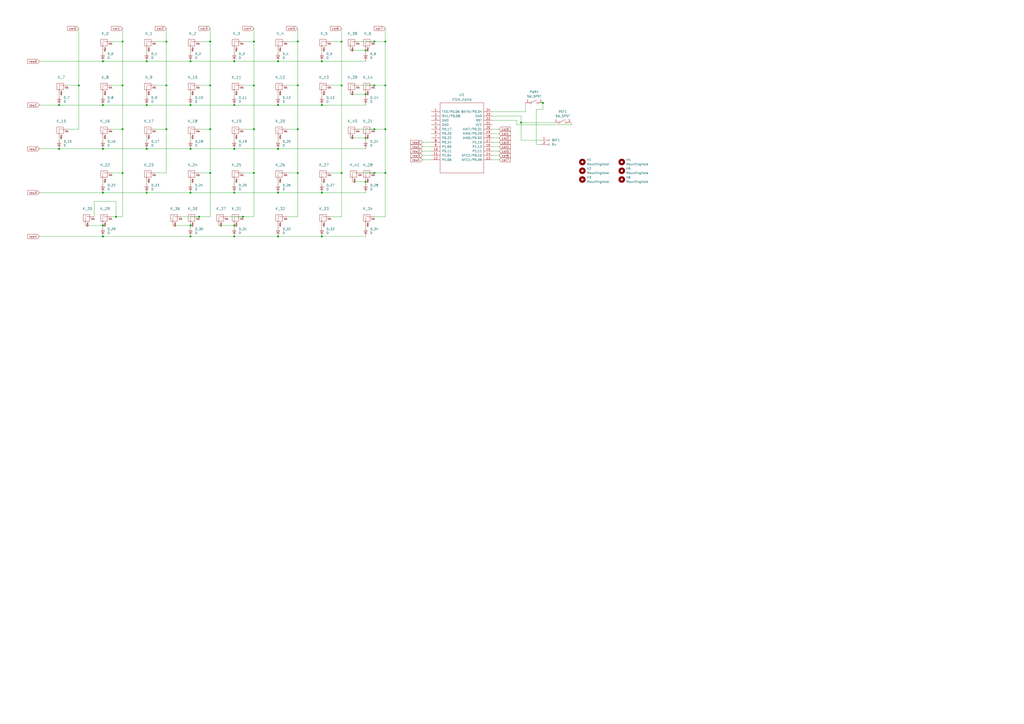
<source format=kicad_sch>
(kicad_sch (version 20231120) (generator "eeschema") (generator_version "8.0")
  (paper "A2")
  (lib_symbols
    (symbol "Connector:Conn_01x02_Socket" (pin_names (offset 1.016) hide)
      (property "Reference" "J" (at 0 2.54 0))
      (property "Value" "Conn_01x02_Socket" (at 0 -5.08 0))
      (symbol "Conn_01x02_Socket_1_1"
        (arc (start 0 -2.032) (mid -0.5058 -2.54) (end 0 -3.048) (stroke (width 0.1524)))
        (polyline (pts (xy -1.27 -2.54) (xy -0.508 -2.54)) (stroke (width 0.1524)))
        (polyline (pts (xy -1.27 0) (xy -0.508 0)) (stroke (width 0.1524)))
        (arc (start 0 0.508) (mid -0.5058 0) (end 0 -0.508) (stroke (width 0.1524)))
        (pin passive line (at -5.08 0 0) (length 3.81) (name "Pin_1") (number "1"))
        (pin passive line (at -5.08 -2.54 0) (length 3.81) (name "Pin_2") (number "2"))
      )
    )
    (symbol "MX_Alps_Hybrid:MX-NoLED" (pin_names (offset 1.016))
      (property "Reference" "MX" (at -0.635 3.81 0))
      (property "Value" "MX-NoLED" (at -0.635 1.27 0))
      (symbol "MX-NoLED_0_0"
        (rectangle (start -2.54 2.54) (end 1.27 -1.27))
        (polyline (pts (xy -1.27 -1.27) (xy -1.27 1.27)) (stroke (width 0.127)))
        (polyline (pts (xy 1.27 1.27) (xy 0 1.27) (xy -1.27 1.905)) (stroke (width 0.127)))
        (text "COL" (at 3.175 0 0) (effects (font (size 0.762 0.762))))
        (text "ROW" (at 0 -1.905 900) (effects (font (size 0.762 0.762)) (justify right)))
      )
      (symbol "MX-NoLED_1_1"
        (pin passive line (at 3.81 1.27 180) (length 2.54) (name "COL") (number "1"))
        (pin passive line (at -1.27 -3.81 90) (length 2.54) (name "ROW") (number "2"))
      )
    )
    (symbol "Mechanical:MountingHole" (pin_names (offset 1.016)) (exclude_from_sim yes) (in_bom no)
      (property "Reference" "H" (at 0 5.08 0))
      (property "Value" "MountingHole" (at 0 3.175 0))
      (symbol "MountingHole_0_1"
        (circle (center 0 0) (radius 1.27) (stroke (width 1.27)))
      )
    )
    (symbol "Switch:SW_SPST" (pin_names (offset 0) hide)
      (property "Reference" "SW" (at 0 3.175 0))
      (property "Value" "SW_SPST" (at 0 -2.54 0))
      (symbol "SW_SPST_0_0"
        (circle (center -2.032 0) (radius 0.508))
        (polyline (pts (xy -1.524 0.254) (xy 1.524 1.778)))
        (circle (center 2.032 0) (radius 0.508))
      )
      (symbol "SW_SPST_1_1"
        (pin passive line (at -5.08 0 0) (length 2.54) (name "A") (number "1"))
        (pin passive line (at 5.08 0 180) (length 2.54) (name "B") (number "2"))
      )
    )
    (symbol "cb:nice_nano" (pin_names (offset 1.016))
      (property "Reference" "U" (at 0 0 0))
      (property "Value" "nice_nano" (at 0 2.54 0))
      (symbol "nice_nano_0_1"
        (rectangle (start -12.7 -21.59) (end 12.7 19.05))
      )
      (symbol "nice_nano_1_1"
        (pin input line (at -17.78 13.97 0) (length 5.08) (name "TX0/P0.06") (number "1"))
        (pin input line (at -17.78 -8.89 0) (length 5.08) (name "P0.11") (number "10"))
        (pin input line (at -17.78 -11.43 0) (length 5.08) (name "P1.04") (number "11"))
        (pin input line (at -17.78 -13.97 0) (length 5.08) (name "P1.06") (number "12"))
        (pin input line (at 17.78 -13.97 180) (length 5.08) (name "NFC1/P0.09") (number "13"))
        (pin input line (at 17.78 -11.43 180) (length 5.08) (name "NFC2/P0.10") (number "14"))
        (pin input line (at 17.78 -8.89 180) (length 5.08) (name "P1.11") (number "15"))
        (pin input line (at 17.78 -6.35 180) (length 5.08) (name "P1.13") (number "16"))
        (pin input line (at 17.78 -3.81 180) (length 5.08) (name "P1.15") (number "17"))
        (pin input line (at 17.78 -1.27 180) (length 5.08) (name "AIN0/P0.02") (number "18"))
        (pin input line (at 17.78 1.27 180) (length 5.08) (name "AIN5/P0.29") (number "19"))
        (pin input line (at -17.78 11.43 0) (length 5.08) (name "RX1/P0.08") (number "2"))
        (pin input line (at 17.78 3.81 180) (length 5.08) (name "AIN7/P0.31") (number "20"))
        (pin input line (at 17.78 6.35 180) (length 5.08) (name "VCC") (number "21"))
        (pin input line (at 17.78 8.89 180) (length 5.08) (name "RST") (number "22"))
        (pin input line (at 17.78 11.43 180) (length 5.08) (name "GND") (number "23"))
        (pin input line (at 17.78 13.97 180) (length 5.08) (name "BATIN/P0.04") (number "24"))
        (pin input line (at -17.78 8.89 0) (length 5.08) (name "GND") (number "3"))
        (pin input line (at -17.78 6.35 0) (length 5.08) (name "GND") (number "4"))
        (pin input line (at -17.78 3.81 0) (length 5.08) (name "P0.17") (number "5"))
        (pin input line (at -17.78 1.27 0) (length 5.08) (name "P0.20") (number "6"))
        (pin input line (at -17.78 -1.27 0) (length 5.08) (name "P0.22") (number "7"))
        (pin input line (at -17.78 -3.81 0) (length 5.08) (name "P0.24") (number "8"))
        (pin input line (at -17.78 -6.35 0) (length 5.08) (name "P1.00") (number "9"))
      )
    )
    (symbol "keyboard-rescue:D_Small-Device" (pin_numbers hide) (pin_names (offset 0.254) hide)
      (property "Reference" "D" (at -1.27 2.032 0))
      (property "Value" "Device_D_Small" (at -3.81 -2.032 0))
      (symbol "D_Small-Device_0_1"
        (polyline (pts (xy -0.762 -1.016) (xy -0.762 1.016)))
        (polyline (pts (xy -0.762 0) (xy 0.762 0)))
        (polyline (pts (xy 0.762 -1.016) (xy -0.762 0) (xy 0.762 1.016) (xy 0.762 -1.016)))
      )
      (symbol "D_Small-Device_1_1"
        (pin passive line (at -2.54 0 0) (length 1.778) (name "K") (number "1"))
        (pin passive line (at 2.54 0 180) (length 1.778) (name "A") (number "2"))
      )
    )
  )
  (junction (at 217.17 49.53))
  (junction (at 96.52 74.93))
  (junction (at 172.72 74.93))
  (junction (at 110.49 130.81))
  (junction (at 71.12 100.33))
  (junction (at 110.49 137.16))
  (junction (at 135.89 86.36))
  (junction (at 314.96 59.69))
  (junction (at 198.12 24.13))
  (junction (at 45.72 49.53))
  (junction (at 67.31 125.73))
  (junction (at 186.69 137.16))
  (junction (at 110.49 35.56))
  (junction (at 198.12 100.33))
  (junction (at 147.32 100.33))
  (junction (at 223.52 74.93))
  (junction (at 110.49 111.76))
  (junction (at 121.92 100.33))
  (junction (at 59.69 60.96))
  (junction (at 59.69 86.36))
  (junction (at 161.29 35.56))
  (junction (at 172.72 24.13))
  (junction (at 85.09 86.36))
  (junction (at 110.49 86.36))
  (junction (at 217.17 74.93))
  (junction (at 147.32 49.53))
  (junction (at 85.09 35.56))
  (junction (at 71.12 49.53))
  (junction (at 135.89 111.76))
  (junction (at 115.57 125.73))
  (junction (at 186.69 35.56))
  (junction (at 212.09 29.21))
  (junction (at 212.09 105.41))
  (junction (at 121.92 24.13))
  (junction (at 161.29 60.96))
  (junction (at 172.72 100.33))
  (junction (at 212.09 54.61))
  (junction (at 147.32 74.93))
  (junction (at 71.12 74.93))
  (junction (at 161.29 86.36))
  (junction (at 121.92 49.53))
  (junction (at 85.09 60.96))
  (junction (at 59.69 111.76))
  (junction (at 147.32 24.13))
  (junction (at 34.29 86.36))
  (junction (at 223.52 100.33))
  (junction (at 140.97 125.73))
  (junction (at 96.52 49.53))
  (junction (at 223.52 49.53))
  (junction (at 59.69 35.56))
  (junction (at 59.69 130.81))
  (junction (at 85.09 111.76))
  (junction (at 212.09 80.01))
  (junction (at 198.12 49.53))
  (junction (at 135.89 130.81))
  (junction (at 110.49 60.96))
  (junction (at 186.69 60.96))
  (junction (at 161.29 137.16))
  (junction (at 96.52 24.13))
  (junction (at 34.29 60.96))
  (junction (at 217.17 24.13))
  (junction (at 161.29 111.76))
  (junction (at 172.72 49.53))
  (junction (at 186.69 111.76))
  (junction (at 59.69 137.16))
  (junction (at 217.17 100.33))
  (junction (at 135.89 60.96))
  (junction (at 71.12 24.13))
  (junction (at 135.89 35.56))
  (junction (at 135.89 137.16))
  (junction (at 121.92 74.93))
  (junction (at 223.52 24.13))
  (junction (at 302.26 71.12))
  (wire (pts (xy 166.37 24.13) (xy 172.72 24.13)))
  (wire (pts (xy 285.75 64.77) (xy 304.8 64.77)))
  (wire (pts (xy 59.69 54.61) (xy 59.69 55.88)))
  (wire (pts (xy 110.49 105.41) (xy 110.49 106.68)))
  (wire (pts (xy 71.12 24.13) (xy 71.12 49.53)))
  (wire (pts (xy 59.69 130.81) (xy 59.69 132.08)))
  (wire (pts (xy 198.12 125.73) (xy 198.12 100.33)))
  (wire (pts (xy 302.26 71.12) (xy 302.26 67.31)))
  (wire (pts (xy 45.72 74.93) (xy 45.72 49.53)))
  (wire (pts (xy 132.08 125.73) (xy 140.97 125.73)))
  (wire (pts (xy 64.77 125.73) (xy 67.31 125.73)))
  (wire (pts (xy 172.72 100.33) (xy 172.72 74.93)))
  (wire (pts (xy 285.75 85.09) (xy 289.56 85.09)))
  (wire (pts (xy 115.57 49.53) (xy 121.92 49.53)))
  (wire (pts (xy 34.29 86.36) (xy 59.69 86.36)))
  (wire (pts (xy 285.75 87.63) (xy 289.56 87.63)))
  (wire (pts (xy 250.19 92.71) (xy 245.11 92.71)))
  (wire (pts (xy 212.09 54.61) (xy 212.09 55.88)))
  (wire (pts (xy 212.09 29.21) (xy 212.09 30.48)))
  (wire (pts (xy 90.17 24.13) (xy 96.52 24.13)))
  (wire (pts (xy 34.29 60.96) (xy 59.69 60.96)))
  (wire (pts (xy 110.49 29.21) (xy 110.49 30.48)))
  (wire (pts (xy 96.52 24.13) (xy 96.52 49.53)))
  (wire (pts (xy 285.75 74.93) (xy 289.56 74.93)))
  (wire (pts (xy 186.69 105.41) (xy 186.69 106.68)))
  (wire (pts (xy 161.29 35.56) (xy 186.69 35.56)))
  (wire (pts (xy 212.09 80.01) (xy 212.09 81.28)))
  (wire (pts (xy 314.96 63.5) (xy 314.96 59.69)))
  (wire (pts (xy 110.49 86.36) (xy 135.89 86.36)))
  (wire (pts (xy 22.86 86.36) (xy 34.29 86.36)))
  (wire (pts (xy 135.89 35.56) (xy 161.29 35.56)))
  (wire (pts (xy 100.33 130.81) (xy 110.49 130.81)))
  (wire (pts (xy 90.17 74.93) (xy 96.52 74.93)))
  (wire (pts (xy 191.77 100.33) (xy 198.12 100.33)))
  (wire (pts (xy 110.49 54.61) (xy 110.49 55.88)))
  (wire (pts (xy 166.37 49.53) (xy 172.72 49.53)))
  (wire (pts (xy 166.37 100.33) (xy 172.72 100.33)))
  (wire (pts (xy 223.52 125.73) (xy 223.52 100.33)))
  (wire (pts (xy 302.26 81.28) (xy 313.69 81.28)))
  (wire (pts (xy 85.09 35.56) (xy 110.49 35.56)))
  (wire (pts (xy 105.41 125.73) (xy 115.57 125.73)))
  (wire (pts (xy 304.8 64.77) (xy 304.8 59.69)))
  (wire (pts (xy 166.37 125.73) (xy 172.72 125.73)))
  (wire (pts (xy 90.17 49.53) (xy 96.52 49.53)))
  (wire (pts (xy 223.52 16.51) (xy 223.52 24.13)))
  (wire (pts (xy 135.89 60.96) (xy 161.29 60.96)))
  (wire (pts (xy 115.57 74.93) (xy 121.92 74.93)))
  (wire (pts (xy 59.69 105.41) (xy 59.69 106.68)))
  (wire (pts (xy 161.29 54.61) (xy 161.29 55.88)))
  (wire (pts (xy 161.29 86.36) (xy 212.09 86.36)))
  (wire (pts (xy 135.89 86.36) (xy 161.29 86.36)))
  (wire (pts (xy 67.31 116.84) (xy 54.61 116.84)))
  (wire (pts (xy 311.15 83.82) (xy 311.15 63.5)))
  (wire (pts (xy 140.97 100.33) (xy 147.32 100.33)))
  (wire (pts (xy 34.29 80.01) (xy 34.29 81.28)))
  (wire (pts (xy 135.89 105.41) (xy 135.89 106.68)))
  (wire (pts (xy 110.49 111.76) (xy 135.89 111.76)))
  (wire (pts (xy 34.29 54.61) (xy 34.29 55.88)))
  (wire (pts (xy 85.09 29.21) (xy 85.09 30.48)))
  (wire (pts (xy 172.72 16.51) (xy 172.72 24.13)))
  (wire (pts (xy 212.09 130.81) (xy 212.09 132.08)))
  (wire (pts (xy 161.29 130.81) (xy 161.29 132.08)))
  (wire (pts (xy 64.77 24.13) (xy 71.12 24.13)))
  (wire (pts (xy 321.31 71.12) (xy 302.26 71.12)))
  (wire (pts (xy 161.29 111.76) (xy 186.69 111.76)))
  (wire (pts (xy 90.17 100.33) (xy 96.52 100.33)))
  (wire (pts (xy 85.09 80.01) (xy 85.09 81.28)))
  (wire (pts (xy 299.72 69.85) (xy 285.75 69.85)))
  (wire (pts (xy 302.26 81.28) (xy 302.26 71.12)))
  (wire (pts (xy 191.77 49.53) (xy 198.12 49.53)))
  (wire (pts (xy 203.2 29.21) (xy 212.09 29.21)))
  (wire (pts (xy 49.53 130.81) (xy 59.69 130.81)))
  (wire (pts (xy 135.89 29.21) (xy 135.89 30.48)))
  (wire (pts (xy 250.19 85.09) (xy 245.11 85.09)))
  (wire (pts (xy 59.69 35.56) (xy 85.09 35.56)))
  (wire (pts (xy 140.97 74.93) (xy 147.32 74.93)))
  (wire (pts (xy 186.69 137.16) (xy 212.09 137.16)))
  (wire (pts (xy 186.69 35.56) (xy 212.09 35.56)))
  (wire (pts (xy 59.69 29.21) (xy 59.69 30.48)))
  (wire (pts (xy 85.09 111.76) (xy 110.49 111.76)))
  (wire (pts (xy 223.52 24.13) (xy 223.52 49.53)))
  (wire (pts (xy 140.97 49.53) (xy 147.32 49.53)))
  (wire (pts (xy 285.75 77.47) (xy 289.56 77.47)))
  (wire (pts (xy 223.52 100.33) (xy 223.52 74.93)))
  (wire (pts (xy 208.28 24.13) (xy 217.17 24.13)))
  (wire (pts (xy 115.57 100.33) (xy 121.92 100.33)))
  (wire (pts (xy 285.75 80.01) (xy 289.56 80.01)))
  (wire (pts (xy 110.49 137.16) (xy 135.89 137.16)))
  (wire (pts (xy 203.2 80.01) (xy 212.09 80.01)))
  (wire (pts (xy 331.47 72.39) (xy 299.72 72.39)))
  (wire (pts (xy 127 130.81) (xy 135.89 130.81)))
  (wire (pts (xy 198.12 16.51) (xy 198.12 24.13)))
  (wire (pts (xy 186.69 29.21) (xy 186.69 30.48)))
  (wire (pts (xy 186.69 130.81) (xy 186.69 132.08)))
  (wire (pts (xy 39.37 74.93) (xy 45.72 74.93)))
  (wire (pts (xy 217.17 74.93) (xy 223.52 74.93)))
  (wire (pts (xy 85.09 105.41) (xy 85.09 106.68)))
  (wire (pts (xy 299.72 72.39) (xy 299.72 69.85)))
  (wire (pts (xy 285.75 90.17) (xy 289.56 90.17)))
  (wire (pts (xy 115.57 24.13) (xy 121.92 24.13)))
  (wire (pts (xy 198.12 24.13) (xy 198.12 49.53)))
  (wire (pts (xy 71.12 74.93) (xy 71.12 49.53)))
  (wire (pts (xy 59.69 60.96) (xy 85.09 60.96)))
  (wire (pts (xy 250.19 90.17) (xy 245.11 90.17)))
  (wire (pts (xy 64.77 49.53) (xy 71.12 49.53)))
  (wire (pts (xy 217.17 49.53) (xy 223.52 49.53)))
  (wire (pts (xy 110.49 80.01) (xy 110.49 81.28)))
  (wire (pts (xy 186.69 111.76) (xy 212.09 111.76)))
  (wire (pts (xy 209.55 100.33) (xy 217.17 100.33)))
  (wire (pts (xy 121.92 100.33) (xy 121.92 74.93)))
  (wire (pts (xy 135.89 54.61) (xy 135.89 55.88)))
  (wire (pts (xy 96.52 74.93) (xy 96.52 49.53)))
  (wire (pts (xy 186.69 60.96) (xy 212.09 60.96)))
  (wire (pts (xy 96.52 100.33) (xy 96.52 74.93)))
  (wire (pts (xy 161.29 60.96) (xy 186.69 60.96)))
  (wire (pts (xy 161.29 105.41) (xy 161.29 106.68)))
  (wire (pts (xy 161.29 80.01) (xy 161.29 81.28)))
  (wire (pts (xy 147.32 24.13) (xy 147.32 49.53)))
  (wire (pts (xy 54.61 116.84) (xy 54.61 125.73)))
  (wire (pts (xy 203.2 54.61) (xy 212.09 54.61)))
  (wire (pts (xy 204.47 105.41) (xy 212.09 105.41)))
  (wire (pts (xy 212.09 105.41) (xy 212.09 106.68)))
  (wire (pts (xy 135.89 130.81) (xy 135.89 132.08)))
  (wire (pts (xy 285.75 92.71) (xy 289.56 92.71)))
  (wire (pts (xy 147.32 100.33) (xy 147.32 74.93)))
  (wire (pts (xy 71.12 100.33) (xy 71.12 74.93)))
  (wire (pts (xy 121.92 74.93) (xy 121.92 49.53)))
  (wire (pts (xy 161.29 29.21) (xy 161.29 30.48)))
  (wire (pts (xy 331.47 71.12) (xy 331.47 72.39)))
  (wire (pts (xy 217.17 125.73) (xy 223.52 125.73)))
  (wire (pts (xy 302.26 67.31) (xy 285.75 67.31)))
  (wire (pts (xy 64.77 74.93) (xy 71.12 74.93)))
  (wire (pts (xy 67.31 125.73) (xy 67.31 116.84)))
  (wire (pts (xy 22.86 111.76) (xy 59.69 111.76)))
  (wire (pts (xy 172.72 74.93) (xy 172.72 49.53)))
  (wire (pts (xy 191.77 24.13) (xy 198.12 24.13)))
  (wire (pts (xy 223.52 74.93) (xy 223.52 49.53)))
  (wire (pts (xy 217.17 24.13) (xy 223.52 24.13)))
  (wire (pts (xy 67.31 125.73) (xy 71.12 125.73)))
  (wire (pts (xy 198.12 100.33) (xy 198.12 49.53)))
  (wire (pts (xy 135.89 137.16) (xy 161.29 137.16)))
  (wire (pts (xy 59.69 137.16) (xy 110.49 137.16)))
  (wire (pts (xy 45.72 16.51) (xy 45.72 49.53)))
  (wire (pts (xy 140.97 24.13) (xy 147.32 24.13)))
  (wire (pts (xy 115.57 125.73) (xy 121.92 125.73)))
  (wire (pts (xy 191.77 125.73) (xy 198.12 125.73)))
  (wire (pts (xy 313.69 83.82) (xy 311.15 83.82)))
  (wire (pts (xy 22.86 35.56) (xy 59.69 35.56)))
  (wire (pts (xy 121.92 24.13) (xy 121.92 49.53)))
  (wire (pts (xy 85.09 60.96) (xy 110.49 60.96)))
  (wire (pts (xy 96.52 16.51) (xy 96.52 24.13)))
  (wire (pts (xy 250.19 82.55) (xy 245.11 82.55)))
  (wire (pts (xy 22.86 60.96) (xy 34.29 60.96)))
  (wire (pts (xy 59.69 111.76) (xy 85.09 111.76)))
  (wire (pts (xy 285.75 82.55) (xy 289.56 82.55)))
  (wire (pts (xy 172.72 24.13) (xy 172.72 49.53)))
  (wire (pts (xy 186.69 54.61) (xy 186.69 55.88)))
  (wire (pts (xy 121.92 16.51) (xy 121.92 24.13)))
  (wire (pts (xy 121.92 125.73) (xy 121.92 100.33)))
  (wire (pts (xy 85.09 54.61) (xy 85.09 55.88)))
  (wire (pts (xy 311.15 63.5) (xy 314.96 63.5)))
  (wire (pts (xy 59.69 86.36) (xy 85.09 86.36)))
  (wire (pts (xy 208.28 49.53) (xy 217.17 49.53)))
  (wire (pts (xy 135.89 111.76) (xy 161.29 111.76)))
  (wire (pts (xy 39.37 49.53) (xy 45.72 49.53)))
  (wire (pts (xy 22.86 137.16) (xy 59.69 137.16)))
  (wire (pts (xy 110.49 35.56) (xy 135.89 35.56)))
  (wire (pts (xy 147.32 74.93) (xy 147.32 49.53)))
  (wire (pts (xy 64.77 100.33) (xy 71.12 100.33)))
  (wire (pts (xy 172.72 125.73) (xy 172.72 100.33)))
  (wire (pts (xy 110.49 60.96) (xy 135.89 60.96)))
  (wire (pts (xy 71.12 16.51) (xy 71.12 24.13)))
  (wire (pts (xy 110.49 130.81) (xy 110.49 132.08)))
  (wire (pts (xy 140.97 125.73) (xy 147.32 125.73)))
  (wire (pts (xy 217.17 100.33) (xy 223.52 100.33)))
  (wire (pts (xy 147.32 16.51) (xy 147.32 24.13)))
  (wire (pts (xy 59.69 80.01) (xy 59.69 81.28)))
  (wire (pts (xy 250.19 87.63) (xy 245.11 87.63)))
  (wire (pts (xy 85.09 86.36) (xy 110.49 86.36)))
  (wire (pts (xy 147.32 125.73) (xy 147.32 100.33)))
  (wire (pts (xy 208.28 74.93) (xy 217.17 74.93)))
  (wire (pts (xy 313.69 59.69) (xy 314.96 59.69)))
  (wire (pts (xy 161.29 137.16) (xy 186.69 137.16)))
  (wire (pts (xy 166.37 74.93) (xy 172.72 74.93)))
  (wire (pts (xy 135.89 80.01) (xy 135.89 81.28)))
  (wire (pts (xy 71.12 125.73) (xy 71.12 100.33)))
  (global_label "col1" (shape input) (at 71.12 16.51 180) (property "Intersheetrefs" "${INTERSHEET_REFS}" (effects (hide yes))))
  (global_label "row4" (shape input) (at 22.86 137.16 180) (property "Intersheetrefs" "${INTERSHEET_REFS}" (effects (hide yes))))
  (global_label "row0" (shape input) (at 245.11 82.55 180) (property "Intersheetrefs" "${INTERSHEET_REFS}" (effects (hide yes))))
  (global_label "col0" (shape input) (at 289.56 74.93 0) (property "Intersheetrefs" "${INTERSHEET_REFS}" (effects (hide yes))))
  (global_label "row2" (shape input) (at 22.86 86.36 180) (property "Intersheetrefs" "${INTERSHEET_REFS}" (effects (hide yes))))
  (global_label "row0" (shape input) (at 22.86 35.56 180) (property "Intersheetrefs" "${INTERSHEET_REFS}" (effects (hide yes))))
  (global_label "col4" (shape input) (at 289.56 85.09 0) (property "Intersheetrefs" "${INTERSHEET_REFS}" (effects (hide yes))))
  (global_label "row4" (shape input) (at 245.11 92.71 180) (property "Intersheetrefs" "${INTERSHEET_REFS}" (effects (hide yes))))
  (global_label "row1" (shape input) (at 22.86 60.96 180) (property "Intersheetrefs" "${INTERSHEET_REFS}" (effects (hide yes))))
  (global_label "row3" (shape input) (at 245.11 90.17 180) (property "Intersheetrefs" "${INTERSHEET_REFS}" (effects (hide yes))))
  (global_label "row3" (shape input) (at 22.86 111.76 180) (property "Intersheetrefs" "${INTERSHEET_REFS}" (effects (hide yes))))
  (global_label "col2" (shape input) (at 289.56 80.01 0) (property "Intersheetrefs" "${INTERSHEET_REFS}" (effects (hide yes))))
  (global_label "col4" (shape input) (at 147.32 16.51 180) (property "Intersheetrefs" "${INTERSHEET_REFS}" (effects (hide yes))))
  (global_label "col1" (shape input) (at 289.56 77.47 0) (property "Intersheetrefs" "${INTERSHEET_REFS}" (effects (hide yes))))
  (global_label "col5" (shape input) (at 172.72 16.51 180) (property "Intersheetrefs" "${INTERSHEET_REFS}" (effects (hide yes))))
  (global_label "col0" (shape input) (at 45.72 16.51 180) (property "Intersheetrefs" "${INTERSHEET_REFS}" (effects (hide yes))))
  (global_label "col7" (shape input) (at 289.56 92.71 0) (property "Intersheetrefs" "${INTERSHEET_REFS}" (effects (hide yes))))
  (global_label "col3" (shape input) (at 121.92 16.51 180) (property "Intersheetrefs" "${INTERSHEET_REFS}" (effects (hide yes))))
  (global_label "col7" (shape input) (at 223.52 16.51 180) (property "Intersheetrefs" "${INTERSHEET_REFS}" (effects (hide yes))))
  (global_label "row1" (shape input) (at 245.11 85.09 180) (property "Intersheetrefs" "${INTERSHEET_REFS}" (effects (hide yes))))
  (global_label "row2" (shape input) (at 245.11 87.63 180) (property "Intersheetrefs" "${INTERSHEET_REFS}" (effects (hide yes))))
  (global_label "col6" (shape input) (at 289.56 90.17 0) (property "Intersheetrefs" "${INTERSHEET_REFS}" (effects (hide yes))))
  (global_label "col5" (shape input) (at 289.56 87.63 0) (property "Intersheetrefs" "${INTERSHEET_REFS}" (effects (hide yes))))
  (global_label "col2" (shape input) (at 96.52 16.51 180) (property "Intersheetrefs" "${INTERSHEET_REFS}" (effects (hide yes))))
  (global_label "col3" (shape input) (at 289.56 82.55 0) (property "Intersheetrefs" "${INTERSHEET_REFS}" (effects (hide yes))))
  (global_label "col6" (shape input) (at 198.12 16.51 180) (property "Intersheetrefs" "${INTERSHEET_REFS}" (effects (hide yes))))
  (symbol (lib_id "MX_Alps_Hybrid:MX-NoLED") (at 60.96 25.4 0) (unit 1)
    (property "Reference" "K_0" (at 60.96 19.4818 0) (effects (font (size 1.524 1.524))))
    (property "Value" "KEYSW" (effects (hide yes)))
    (property "Footprint" "cb:Choc-MX-19mm-1u" (effects (hide yes)))
  )
  (symbol (lib_id "keyboard-rescue:D_Small-Device") (at 85.09 33.02 90) (unit 1)
    (property "Reference" "D_1" (at 87.63 31.242 90) (effects (justify right)))
    (property "Value" "D" (at 87.63 33.528 90) (effects (justify right)))
    (property "Footprint" "ScottoKeebs_Components:Diode_DO-35" (effects (hide yes)))
  )
  (symbol (lib_id "MX_Alps_Hybrid:MX-NoLED") (at 86.36 25.4 0) (unit 1)
    (property "Reference" "K_1" (at 86.36 19.4818 0) (effects (font (size 1.524 1.524))))
    (property "Value" "KEYSW" (effects (hide yes)))
    (property "Footprint" "cb:Choc-MX-19mm-1u" (effects (hide yes)))
  )
  (symbol (lib_id "keyboard-rescue:D_Small-Device") (at 110.49 33.02 90) (unit 1)
    (property "Reference" "D_2" (at 113.03 31.242 90) (effects (justify right)))
    (property "Value" "D" (at 113.03 33.528 90) (effects (justify right)))
    (property "Footprint" "ScottoKeebs_Components:Diode_DO-35" (effects (hide yes)))
  )
  (symbol (lib_id "MX_Alps_Hybrid:MX-NoLED") (at 111.76 25.4 0) (unit 1)
    (property "Reference" "K_2" (at 111.76 19.4818 0) (effects (font (size 1.524 1.524))))
    (property "Value" "KEYSW" (effects (hide yes)))
    (property "Footprint" "cb:Choc-MX-19mm-1u" (effects (hide yes)))
  )
  (symbol (lib_id "keyboard-rescue:D_Small-Device") (at 135.89 33.02 90) (unit 1)
    (property "Reference" "D_3" (at 138.43 31.242 90) (effects (justify right)))
    (property "Value" "D" (at 138.43 33.528 90) (effects (justify right)))
    (property "Footprint" "ScottoKeebs_Components:Diode_DO-35" (effects (hide yes)))
  )
  (symbol (lib_id "MX_Alps_Hybrid:MX-NoLED") (at 137.16 25.4 0) (unit 1)
    (property "Reference" "K_3" (at 137.16 19.4818 0) (effects (font (size 1.524 1.524))))
    (property "Value" "KEYSW" (effects (hide yes)))
    (property "Footprint" "cb:Choc-MX-19mm-1u" (effects (hide yes)))
  )
  (symbol (lib_id "keyboard-rescue:D_Small-Device") (at 161.29 33.02 90) (unit 1)
    (property "Reference" "D_4" (at 163.83 31.242 90) (effects (justify right)))
    (property "Value" "D" (at 163.83 33.528 90) (effects (justify right)))
    (property "Footprint" "ScottoKeebs_Components:Diode_DO-35" (effects (hide yes)))
  )
  (symbol (lib_id "MX_Alps_Hybrid:MX-NoLED") (at 162.56 25.4 0) (unit 1)
    (property "Reference" "K_4" (at 162.56 19.4818 0) (effects (font (size 1.524 1.524))))
    (property "Value" "KEYSW" (effects (hide yes)))
    (property "Footprint" "cb:Choc-MX-19mm-1u" (effects (hide yes)))
  )
  (symbol (lib_id "keyboard-rescue:D_Small-Device") (at 186.69 33.02 90) (unit 1)
    (property "Reference" "D_5" (at 189.23 31.242 90) (effects (justify right)))
    (property "Value" "D" (at 189.23 33.528 90) (effects (justify right)))
    (property "Footprint" "ScottoKeebs_Components:Diode_DO-35" (effects (hide yes)))
  )
  (symbol (lib_id "MX_Alps_Hybrid:MX-NoLED") (at 187.96 25.4 0) (unit 1)
    (property "Reference" "K_5" (at 187.96 19.4818 0) (effects (font (size 1.524 1.524))))
    (property "Value" "KEYSW" (effects (hide yes)))
    (property "Footprint" "cb:Choc-MX-19mm-1u" (effects (hide yes)))
  )
  (symbol (lib_id "keyboard-rescue:D_Small-Device") (at 212.09 33.02 90) (unit 1)
    (property "Reference" "D_6" (at 214.63 31.242 90) (effects (justify right)))
    (property "Value" "D" (at 214.63 33.528 90) (effects (justify right)))
    (property "Footprint" "ScottoKeebs_Components:Diode_DO-35" (effects (hide yes)))
  )
  (symbol (lib_id "MX_Alps_Hybrid:MX-NoLED") (at 213.36 25.4 0) (unit 1)
    (property "Reference" "K_6" (at 213.36 19.4818 0) (effects (font (size 1.524 1.524))))
    (property "Value" "KEYSW" (effects (hide yes)))
    (property "Footprint" "cb:Choc-MX-19mm-1.5u" (effects (hide yes)))
  )
  (symbol (lib_id "keyboard-rescue:D_Small-Device") (at 34.29 58.42 90) (unit 1)
    (property "Reference" "D_7" (at 36.83 56.642 90) (effects (justify right)))
    (property "Value" "D" (at 36.83 58.928 90) (effects (justify right)))
    (property "Footprint" "ScottoKeebs_Components:Diode_DO-35" (effects (hide yes)))
  )
  (symbol (lib_id "MX_Alps_Hybrid:MX-NoLED") (at 35.56 50.8 0) (unit 1)
    (property "Reference" "K_7" (at 35.56 44.8818 0) (effects (font (size 1.524 1.524))))
    (property "Value" "KEYSW" (effects (hide yes)))
    (property "Footprint" "cb:Choc-MX-19mm-1u" (effects (hide yes)))
  )
  (symbol (lib_id "keyboard-rescue:D_Small-Device") (at 59.69 58.42 90) (unit 1)
    (property "Reference" "D_8" (at 62.23 56.642 90) (effects (justify right)))
    (property "Value" "D" (at 62.23 58.928 90) (effects (justify right)))
    (property "Footprint" "ScottoKeebs_Components:Diode_DO-35" (effects (hide yes)))
  )
  (symbol (lib_id "MX_Alps_Hybrid:MX-NoLED") (at 60.96 50.8 0) (unit 1)
    (property "Reference" "K_8" (at 60.96 44.8818 0) (effects (font (size 1.524 1.524))))
    (property "Value" "KEYSW" (effects (hide yes)))
    (property "Footprint" "cb:Choc-MX-19mm-1u" (effects (hide yes)))
  )
  (symbol (lib_id "keyboard-rescue:D_Small-Device") (at 85.09 58.42 90) (unit 1)
    (property "Reference" "D_9" (at 87.63 56.642 90) (effects (justify right)))
    (property "Value" "D" (at 87.63 58.928 90) (effects (justify right)))
    (property "Footprint" "ScottoKeebs_Components:Diode_DO-35" (effects (hide yes)))
  )
  (symbol (lib_id "MX_Alps_Hybrid:MX-NoLED") (at 86.36 50.8 0) (unit 1)
    (property "Reference" "K_9" (at 86.36 44.8818 0) (effects (font (size 1.524 1.524))))
    (property "Value" "KEYSW" (effects (hide yes)))
    (property "Footprint" "cb:Choc-MX-19mm-1u" (effects (hide yes)))
  )
  (symbol (lib_id "keyboard-rescue:D_Small-Device") (at 110.49 58.42 90) (unit 1)
    (property "Reference" "D_10" (at 113.03 56.642 90) (effects (justify right)))
    (property "Value" "D" (at 113.03 58.928 90) (effects (justify right)))
    (property "Footprint" "ScottoKeebs_Components:Diode_DO-35" (effects (hide yes)))
  )
  (symbol (lib_id "MX_Alps_Hybrid:MX-NoLED") (at 111.76 50.8 0) (unit 1)
    (property "Reference" "K_10" (at 111.76 44.8818 0) (effects (font (size 1.524 1.524))))
    (property "Value" "KEYSW" (effects (hide yes)))
    (property "Footprint" "cb:Choc-MX-19mm-1u" (effects (hide yes)))
  )
  (symbol (lib_id "keyboard-rescue:D_Small-Device") (at 135.89 58.42 90) (unit 1)
    (property "Reference" "D_11" (at 138.43 56.642 90) (effects (justify right)))
    (property "Value" "D" (at 138.43 58.928 90) (effects (justify right)))
    (property "Footprint" "ScottoKeebs_Components:Diode_DO-35" (effects (hide yes)))
  )
  (symbol (lib_id "MX_Alps_Hybrid:MX-NoLED") (at 137.16 50.8 0) (unit 1)
    (property "Reference" "K_11" (at 137.16 44.8818 0) (effects (font (size 1.524 1.524))))
    (property "Value" "KEYSW" (effects (hide yes)))
    (property "Footprint" "cb:Choc-MX-19mm-1u" (effects (hide yes)))
  )
  (symbol (lib_id "keyboard-rescue:D_Small-Device") (at 161.29 58.42 90) (unit 1)
    (property "Reference" "D_12" (at 163.83 56.642 90) (effects (justify right)))
    (property "Value" "D" (at 163.83 58.928 90) (effects (justify right)))
    (property "Footprint" "ScottoKeebs_Components:Diode_DO-35" (effects (hide yes)))
  )
  (symbol (lib_id "MX_Alps_Hybrid:MX-NoLED") (at 162.56 50.8 0) (unit 1)
    (property "Reference" "K_12" (at 162.56 44.8818 0) (effects (font (size 1.524 1.524))))
    (property "Value" "KEYSW" (effects (hide yes)))
    (property "Footprint" "cb:Choc-MX-19mm-1u" (effects (hide yes)))
  )
  (symbol (lib_id "keyboard-rescue:D_Small-Device") (at 186.69 58.42 90) (unit 1)
    (property "Reference" "D_13" (at 189.23 56.642 90) (effects (justify right)))
    (property "Value" "D" (at 189.23 58.928 90) (effects (justify right)))
    (property "Footprint" "ScottoKeebs_Components:Diode_DO-35" (effects (hide yes)))
  )
  (symbol (lib_id "MX_Alps_Hybrid:MX-NoLED") (at 187.96 50.8 0) (unit 1)
    (property "Reference" "K_13" (at 187.96 44.8818 0) (effects (font (size 1.524 1.524))))
    (property "Value" "KEYSW" (effects (hide yes)))
    (property "Footprint" "cb:Choc-MX-19mm-1u" (effects (hide yes)))
  )
  (symbol (lib_id "keyboard-rescue:D_Small-Device") (at 212.09 58.42 90) (unit 1)
    (property "Reference" "D_14" (at 214.63 56.642 90) (effects (justify right)))
    (property "Value" "D" (at 214.63 58.928 90) (effects (justify right)))
    (property "Footprint" "ScottoKeebs_Components:Diode_DO-35" (effects (hide yes)))
  )
  (symbol (lib_id "MX_Alps_Hybrid:MX-NoLED") (at 213.36 50.8 0) (unit 1)
    (property "Reference" "K_14" (at 213.36 44.8818 0) (effects (font (size 1.524 1.524))))
    (property "Value" "KEYSW" (effects (hide yes)))
    (property "Footprint" "cb:Choc-MX-19mm-1u" (effects (hide yes)))
  )
  (symbol (lib_id "keyboard-rescue:D_Small-Device") (at 34.29 83.82 90) (unit 1)
    (property "Reference" "D_15" (at 36.83 82.042 90) (effects (justify right)))
    (property "Value" "D" (at 36.83 84.328 90) (effects (justify right)))
    (property "Footprint" "ScottoKeebs_Components:Diode_DO-35" (effects (hide yes)))
  )
  (symbol (lib_id "MX_Alps_Hybrid:MX-NoLED") (at 35.56 76.2 0) (unit 1)
    (property "Reference" "K_15" (at 35.56 70.2818 0) (effects (font (size 1.524 1.524))))
    (property "Value" "KEYSW" (effects (hide yes)))
    (property "Footprint" "cb:Choc-MX-19mm-1u" (effects (hide yes)))
  )
  (symbol (lib_id "keyboard-rescue:D_Small-Device") (at 59.69 83.82 90) (unit 1)
    (property "Reference" "D_16" (at 62.23 82.042 90) (effects (justify right)))
    (property "Value" "D" (at 62.23 84.328 90) (effects (justify right)))
    (property "Footprint" "ScottoKeebs_Components:Diode_DO-35" (effects (hide yes)))
  )
  (symbol (lib_id "MX_Alps_Hybrid:MX-NoLED") (at 60.96 76.2 0) (unit 1)
    (property "Reference" "K_16" (at 60.96 70.2818 0) (effects (font (size 1.524 1.524))))
    (property "Value" "KEYSW" (effects (hide yes)))
    (property "Footprint" "cb:Choc-MX-19mm-1u" (effects (hide yes)))
  )
  (symbol (lib_id "keyboard-rescue:D_Small-Device") (at 85.09 83.82 90) (unit 1)
    (property "Reference" "D_17" (at 87.63 82.042 90) (effects (justify right)))
    (property "Value" "D" (at 87.63 84.328 90) (effects (justify right)))
    (property "Footprint" "ScottoKeebs_Components:Diode_DO-35" (effects (hide yes)))
  )
  (symbol (lib_id "MX_Alps_Hybrid:MX-NoLED") (at 86.36 76.2 0) (unit 1)
    (property "Reference" "K_17" (at 86.36 70.2818 0) (effects (font (size 1.524 1.524))))
    (property "Value" "KEYSW" (effects (hide yes)))
    (property "Footprint" "cb:Choc-MX-19mm-1u" (effects (hide yes)))
  )
  (symbol (lib_id "keyboard-rescue:D_Small-Device") (at 110.49 83.82 90) (unit 1)
    (property "Reference" "D_18" (at 113.03 82.042 90) (effects (justify right)))
    (property "Value" "D" (at 113.03 84.328 90) (effects (justify right)))
    (property "Footprint" "ScottoKeebs_Components:Diode_DO-35" (effects (hide yes)))
  )
  (symbol (lib_id "MX_Alps_Hybrid:MX-NoLED") (at 111.76 76.2 0) (unit 1)
    (property "Reference" "K_18" (at 111.76 70.2818 0) (effects (font (size 1.524 1.524))))
    (property "Value" "KEYSW" (effects (hide yes)))
    (property "Footprint" "cb:Choc-MX-19mm-1u" (effects (hide yes)))
  )
  (symbol (lib_id "keyboard-rescue:D_Small-Device") (at 135.89 83.82 90) (unit 1)
    (property "Reference" "D_19" (at 138.43 82.042 90) (effects (justify right)))
    (property "Value" "D" (at 138.43 84.328 90) (effects (justify right)))
    (property "Footprint" "ScottoKeebs_Components:Diode_DO-35" (effects (hide yes)))
  )
  (symbol (lib_id "MX_Alps_Hybrid:MX-NoLED") (at 137.16 76.2 0) (unit 1)
    (property "Reference" "K_19" (at 137.16 70.2818 0) (effects (font (size 1.524 1.524))))
    (property "Value" "KEYSW" (effects (hide yes)))
    (property "Footprint" "cb:Choc-MX-19mm-1u" (effects (hide yes)))
  )
  (symbol (lib_id "keyboard-rescue:D_Small-Device") (at 161.29 83.82 90) (unit 1)
    (property "Reference" "D_20" (at 163.83 82.042 90) (effects (justify right)))
    (property "Value" "D" (at 163.83 84.328 90) (effects (justify right)))
    (property "Footprint" "ScottoKeebs_Components:Diode_DO-35" (effects (hide yes)))
  )
  (symbol (lib_id "MX_Alps_Hybrid:MX-NoLED") (at 162.56 76.2 0) (unit 1)
    (property "Reference" "K_20" (at 162.56 70.2818 0) (effects (font (size 1.524 1.524))))
    (property "Value" "KEYSW" (effects (hide yes)))
    (property "Footprint" "cb:Choc-MX-19mm-1u" (effects (hide yes)))
  )
  (symbol (lib_id "keyboard-rescue:D_Small-Device") (at 212.09 83.82 90) (unit 1)
    (property "Reference" "D_21" (at 214.63 82.042 90) (effects (justify right)))
    (property "Value" "D" (at 214.63 84.328 90) (effects (justify right)))
    (property "Footprint" "ScottoKeebs_Components:Diode_DO-35" (effects (hide yes)))
  )
  (symbol (lib_id "MX_Alps_Hybrid:MX-NoLED") (at 213.36 76.2 0) (unit 1)
    (property "Reference" "K_21" (at 213.36 70.2818 0) (effects (font (size 1.524 1.524))))
    (property "Value" "KEYSW" (effects (hide yes)))
    (property "Footprint" "cb:Choc-MX-19mm-1.5u" (effects (hide yes)))
  )
  (symbol (lib_id "keyboard-rescue:D_Small-Device") (at 59.69 109.22 90) (unit 1)
    (property "Reference" "D_22" (at 62.23 107.442 90) (effects (justify right)))
    (property "Value" "D" (at 62.23 109.728 90) (effects (justify right)))
    (property "Footprint" "ScottoKeebs_Components:Diode_DO-35" (effects (hide yes)))
  )
  (symbol (lib_id "MX_Alps_Hybrid:MX-NoLED") (at 60.96 101.6 0) (unit 1)
    (property "Reference" "K_22" (at 60.96 95.6818 0) (effects (font (size 1.524 1.524))))
    (property "Value" "KEYSW" (effects (hide yes)))
    (property "Footprint" "cb:Choc-MX-19mm-1u" (effects (hide yes)))
  )
  (symbol (lib_id "keyboard-rescue:D_Small-Device") (at 85.09 109.22 90) (unit 1)
    (property "Reference" "D_23" (at 87.63 107.442 90) (effects (justify right)))
    (property "Value" "D" (at 87.63 109.728 90) (effects (justify right)))
    (property "Footprint" "ScottoKeebs_Components:Diode_DO-35" (effects (hide yes)))
  )
  (symbol (lib_id "MX_Alps_Hybrid:MX-NoLED") (at 86.36 101.6 0) (unit 1)
    (property "Reference" "K_23" (at 86.36 95.6818 0) (effects (font (size 1.524 1.524))))
    (property "Value" "KEYSW" (effects (hide yes)))
    (property "Footprint" "cb:Choc-MX-19mm-1u" (effects (hide yes)))
  )
  (symbol (lib_id "keyboard-rescue:D_Small-Device") (at 110.49 109.22 90) (unit 1)
    (property "Reference" "D_24" (at 113.03 107.442 90) (effects (justify right)))
    (property "Value" "D" (at 113.03 109.728 90) (effects (justify right)))
    (property "Footprint" "ScottoKeebs_Components:Diode_DO-35" (effects (hide yes)))
  )
  (symbol (lib_id "MX_Alps_Hybrid:MX-NoLED") (at 111.76 101.6 0) (unit 1)
    (property "Reference" "K_24" (at 111.76 95.6818 0) (effects (font (size 1.524 1.524))))
    (property "Value" "KEYSW" (effects (hide yes)))
    (property "Footprint" "cb:Choc-MX-19mm-1u" (effects (hide yes)))
  )
  (symbol (lib_id "keyboard-rescue:D_Small-Device") (at 135.89 109.22 90) (unit 1)
    (property "Reference" "D_25" (at 138.43 107.442 90) (effects (justify right)))
    (property "Value" "D" (at 138.43 109.728 90) (effects (justify right)))
    (property "Footprint" "ScottoKeebs_Components:Diode_DO-35" (effects (hide yes)))
  )
  (symbol (lib_id "MX_Alps_Hybrid:MX-NoLED") (at 137.16 101.6 0) (unit 1)
    (property "Reference" "K_25" (at 137.16 95.6818 0) (effects (font (size 1.524 1.524))))
    (property "Value" "KEYSW" (effects (hide yes)))
    (property "Footprint" "cb:Choc-MX-19mm-1u" (effects (hide yes)))
  )
  (symbol (lib_id "keyboard-rescue:D_Small-Device") (at 161.29 109.22 90) (unit 1)
    (property "Reference" "D_26" (at 163.83 107.442 90) (effects (justify right)))
    (property "Value" "D" (at 163.83 109.728 90) (effects (justify right)))
    (property "Footprint" "ScottoKeebs_Components:Diode_DO-35" (effects (hide yes)))
  )
  (symbol (lib_id "MX_Alps_Hybrid:MX-NoLED") (at 162.56 101.6 0) (unit 1)
    (property "Reference" "K_26" (at 162.56 95.6818 0) (effects (font (size 1.524 1.524))))
    (property "Value" "KEYSW" (effects (hide yes)))
    (property "Footprint" "cb:Choc-MX-19mm-1u" (effects (hide yes)))
  )
  (symbol (lib_id "keyboard-rescue:D_Small-Device") (at 186.69 109.22 90) (unit 1)
    (property "Reference" "D_27" (at 189.23 107.442 90) (effects (justify right)))
    (property "Value" "D" (at 189.23 109.728 90) (effects (justify right)))
    (property "Footprint" "ScottoKeebs_Components:Diode_DO-35" (effects (hide yes)))
  )
  (symbol (lib_id "MX_Alps_Hybrid:MX-NoLED") (at 187.96 101.6 0) (unit 1)
    (property "Reference" "K_27" (at 187.96 95.6818 0) (effects (font (size 1.524 1.524))))
    (property "Value" "KEYSW" (effects (hide yes)))
    (property "Footprint" "cb:Choc-MX-19mm-1u" (effects (hide yes)))
  )
  (symbol (lib_id "keyboard-rescue:D_Small-Device") (at 212.09 109.22 90) (unit 1)
    (property "Reference" "D_28" (at 214.63 107.442 90) (effects (justify right)))
    (property "Value" "D" (at 214.63 109.728 90) (effects (justify right)))
    (property "Footprint" "ScottoKeebs_Components:Diode_DO-35" (effects (hide yes)))
  )
  (symbol (lib_id "MX_Alps_Hybrid:MX-NoLED") (at 213.36 101.6 0) (unit 1)
    (property "Reference" "K_28" (at 213.36 95.6818 0) (effects (font (size 1.524 1.524))))
    (property "Value" "KEYSW" (effects (hide yes)))
    (property "Footprint" "cb:Choc-MX-19mm-1u" (effects (hide yes)))
  )
  (symbol (lib_id "keyboard-rescue:D_Small-Device") (at 59.69 134.62 90) (unit 1)
    (property "Reference" "D_29" (at 62.23 132.842 90) (effects (justify right)))
    (property "Value" "D" (at 62.23 135.128 90) (effects (justify right)))
    (property "Footprint" "ScottoKeebs_Components:Diode_DO-35" (effects (hide yes)))
  )
  (symbol (lib_id "MX_Alps_Hybrid:MX-NoLED") (at 60.96 127 0) (unit 1)
    (property "Reference" "K_29" (at 60.96 121.0818 0) (effects (font (size 1.524 1.524))))
    (property "Value" "KEYSW" (effects (hide yes)))
    (property "Footprint" "cb:Choc-MX-19mm-1.5u" (effects (hide yes)))
  )
  (symbol (lib_id "keyboard-rescue:D_Small-Device") (at 110.49 134.62 90) (unit 1)
    (property "Reference" "D_30" (at 113.03 132.842 90) (effects (justify right)))
    (property "Value" "D" (at 113.03 135.128 90) (effects (justify right)))
    (property "Footprint" "ScottoKeebs_Components:Diode_DO-35" (effects (hide yes)))
  )
  (symbol (lib_id "MX_Alps_Hybrid:MX-NoLED") (at 111.76 127 0) (unit 1)
    (property "Reference" "K_30" (at 111.76 121.0818 0) (effects (font (size 1.524 1.524))))
    (property "Value" "KEYSW" (effects (hide yes)))
    (property "Footprint" "cb:Choc-MX-19mm-1.5u" (effects (hide yes)))
  )
  (symbol (lib_id "keyboard-rescue:D_Small-Device") (at 135.89 134.62 90) (unit 1)
    (property "Reference" "D_31" (at 138.43 132.842 90) (effects (justify right)))
    (property "Value" "D" (at 138.43 135.128 90) (effects (justify right)))
    (property "Footprint" "ScottoKeebs_Components:Diode_DO-35" (effects (hide yes)))
  )
  (symbol (lib_id "MX_Alps_Hybrid:MX-NoLED") (at 137.16 127 0) (unit 1)
    (property "Reference" "K_31" (at 137.16 121.0818 0) (effects (font (size 1.524 1.524))))
    (property "Value" "KEYSW" (effects (hide yes)))
    (property "Footprint" "cb:Choc-MX-19mm-1u" (effects (hide yes)))
  )
  (symbol (lib_id "keyboard-rescue:D_Small-Device") (at 161.29 134.62 90) (unit 1)
    (property "Reference" "D_32" (at 163.83 132.842 90) (effects (justify right)))
    (property "Value" "D" (at 163.83 135.128 90) (effects (justify right)))
    (property "Footprint" "ScottoKeebs_Components:Diode_DO-35" (effects (hide yes)))
  )
  (symbol (lib_id "MX_Alps_Hybrid:MX-NoLED") (at 162.56 127 0) (unit 1)
    (property "Reference" "K_32" (at 162.56 121.0818 0) (effects (font (size 1.524 1.524))))
    (property "Value" "KEYSW" (effects (hide yes)))
    (property "Footprint" "cb:Choc-MX-19mm-1u" (effects (hide yes)))
  )
  (symbol (lib_id "keyboard-rescue:D_Small-Device") (at 186.69 134.62 90) (unit 1)
    (property "Reference" "D_33" (at 189.23 132.842 90) (effects (justify right)))
    (property "Value" "D" (at 189.23 135.128 90) (effects (justify right)))
    (property "Footprint" "ScottoKeebs_Components:Diode_DO-35" (effects (hide yes)))
  )
  (symbol (lib_id "MX_Alps_Hybrid:MX-NoLED") (at 187.96 127 0) (unit 1)
    (property "Reference" "K_33" (at 187.96 121.0818 0) (effects (font (size 1.524 1.524))))
    (property "Value" "KEYSW" (effects (hide yes)))
    (property "Footprint" "cb:Choc-MX-19mm-1u" (effects (hide yes)))
  )
  (symbol (lib_id "keyboard-rescue:D_Small-Device") (at 212.09 134.62 90) (unit 1)
    (property "Reference" "D_34" (at 214.63 132.842 90) (effects (justify right)))
    (property "Value" "D" (at 214.63 135.128 90) (effects (justify right)))
    (property "Footprint" "ScottoKeebs_Components:Diode_DO-35" (effects (hide yes)))
  )
  (symbol (lib_id "MX_Alps_Hybrid:MX-NoLED") (at 213.36 127 0) (unit 1)
    (property "Reference" "K_34" (at 213.36 121.0818 0) (effects (font (size 1.524 1.524))))
    (property "Value" "KEYSW" (effects (hide yes)))
    (property "Footprint" "cb:Choc-MX-19mm-1u" (effects (hide yes)))
  )
  (symbol (lib_id "cb:nice_nano") (at 267.97 78.74 0) (unit 1)
    (property "Reference" "U1" (at 267.97 54.9402 0) (effects (font (size 1.524 1.524))))
    (property "Value" "nice_nano" (at 267.97 57.6326 0) (effects (font (size 1.524 1.524))))
    (property "Footprint" "cb:nice_nano_no_mid" (effects (hide yes)))
  )
  (symbol (lib_id "MX_Alps_Hybrid:MX-NoLED") (at 50.8 127 0) (unit 1)
    (property "Reference" "K_35" (at 50.8 121.0818 0) (effects (font (size 1.524 1.524))))
    (property "Value" "KEYSW" (effects (hide yes)))
    (property "Footprint" "cb:Choc-MX-19mm-2u" (effects (hide yes)))
  )
  (symbol (lib_id "Switch:SW_SPST") (at 309.88 59.69 0) (unit 1)
    (property "Reference" "PWR1" (at 309.88 53.34 0))
    (property "Value" "SW_SPST" (at 309.88 55.88 0))
    (property "Footprint" "Connector_JST:JST_PH_B2B-PH-K_1x02_P2.00mm_Vertical" (effects (hide yes)))
    (property "Description" "Single Pole Single Throw (SPST) switch" (effects (hide yes)))
  )
  (symbol (lib_id "Mechanical:MountingHole") (at 360.68 99.06 0) (unit 1) (exclude_from_sim yes) (in_bom no)
    (property "Reference" "H5" (at 363.22 97.7899 0) (effects (justify left)))
    (property "Value" "MountingHole" (at 363.22 100.3299 0) (effects (justify left)))
    (property "Footprint" "MountingHole:MountingHole_3.2mm_M3" (effects (hide yes)))
    (property "Description" "Mounting Hole without connection" (effects (hide yes)))
  )
  (symbol (lib_id "keyboard-rescue:D_Small-Device") (at 59.69 33.02 90) (unit 1)
    (property "Reference" "D_0" (at 62.23 31.242 90) (effects (justify right)))
    (property "Value" "D" (at 62.23 33.528 90) (effects (justify right)))
    (property "Footprint" "ScottoKeebs_Components:Diode_DO-35" (effects (hide yes)))
  )
  (symbol (lib_id "Mechanical:MountingHole") (at 360.68 93.98 0) (unit 1) (exclude_from_sim yes) (in_bom no)
    (property "Reference" "H4" (at 363.22 92.7099 0) (effects (justify left)))
    (property "Value" "MountingHole" (at 363.22 95.2499 0) (effects (justify left)))
    (property "Footprint" "MountingHole:MountingHole_3.2mm_M3" (effects (hide yes)))
    (property "Description" "Mounting Hole without connection" (effects (hide yes)))
  )
  (symbol (lib_id "Mechanical:MountingHole") (at 337.82 93.98 0) (unit 1) (exclude_from_sim yes) (in_bom no)
    (property "Reference" "H1" (at 340.36 92.7099 0) (effects (justify left)))
    (property "Value" "MountingHole" (at 340.36 95.2499 0) (effects (justify left)))
    (property "Footprint" "MountingHole:MountingHole_3.2mm_M3" (effects (hide yes)))
    (property "Description" "Mounting Hole without connection" (effects (hide yes)))
  )
  (symbol (lib_id "MX_Alps_Hybrid:MX-NoLED") (at 128.27 127 0) (unit 1)
    (property "Reference" "K_37" (at 128.27 121.0818 0) (effects (font (size 1.524 1.524))))
    (property "Value" "KEYSW" (effects (hide yes)))
    (property "Footprint" "cb:Choc-MX-19mm-1u" (effects (hide yes)))
  )
  (symbol (lib_id "MX_Alps_Hybrid:MX-NoLED") (at 204.47 50.8 0) (unit 1)
    (property "Reference" "K_39" (at 204.47 44.8818 0) (effects (font (size 1.524 1.524))))
    (property "Value" "KEYSW" (effects (hide yes)))
    (property "Footprint" "cb:Choc-MX-19mm-1.5u" (effects (hide yes)))
  )
  (symbol (lib_id "Mechanical:MountingHole") (at 360.68 104.14 0) (unit 1) (exclude_from_sim yes) (in_bom no)
    (property "Reference" "H6" (at 363.22 102.8699 0) (effects (justify left)))
    (property "Value" "MountingHole" (at 363.22 105.4099 0) (effects (justify left)))
    (property "Footprint" "MountingHole:MountingHole_3.2mm_M3" (effects (hide yes)))
    (property "Description" "Mounting Hole without connection" (effects (hide yes)))
  )
  (symbol (lib_id "MX_Alps_Hybrid:MX-NoLED") (at 204.47 25.4 0) (unit 1)
    (property "Reference" "K_38" (at 204.47 19.4818 0) (effects (font (size 1.524 1.524))))
    (property "Value" "KEYSW" (effects (hide yes)))
    (property "Footprint" "cb:Choc-MX-19mm-2u" (effects (hide yes)))
  )
  (symbol (lib_id "MX_Alps_Hybrid:MX-NoLED") (at 204.47 76.2 0) (unit 1)
    (property "Reference" "K_40" (at 204.47 70.2818 0) (effects (font (size 1.524 1.524))))
    (property "Value" "KEYSW" (effects (hide yes)))
    (property "Footprint" "cb:Choc-MX-19mm-2.25u" (effects (hide yes)))
  )
  (symbol (lib_id "Switch:SW_SPST") (at 326.39 71.12 0) (unit 1)
    (property "Reference" "RST1" (at 326.39 64.77 0))
    (property "Value" "SW_SPST" (at 326.39 67.31 0))
    (property "Footprint" "Connector_JST:JST_PH_B2B-PH-K_1x02_P2.00mm_Vertical" (effects (hide yes)))
    (property "Description" "Single Pole Single Throw (SPST) switch" (effects (hide yes)))
  )
  (symbol (lib_id "Mechanical:MountingHole") (at 337.82 104.14 0) (unit 1) (exclude_from_sim yes) (in_bom no)
    (property "Reference" "H3" (at 340.36 102.8699 0) (effects (justify left)))
    (property "Value" "MountingHole" (at 340.36 105.4099 0) (effects (justify left)))
    (property "Footprint" "MountingHole:MountingHole_3.2mm_M3" (effects (hide yes)))
    (property "Description" "Mounting Hole without connection" (effects (hide yes)))
  )
  (symbol (lib_id "Mechanical:MountingHole") (at 337.82 99.06 0) (unit 1) (exclude_from_sim yes) (in_bom no)
    (property "Reference" "H2" (at 340.36 97.7899 0) (effects (justify left)))
    (property "Value" "MountingHole" (at 340.36 100.3299 0) (effects (justify left)))
    (property "Footprint" "MountingHole:MountingHole_3.2mm_M3" (effects (hide yes)))
    (property "Description" "Mounting Hole without connection" (effects (hide yes)))
  )
  (symbol (lib_id "MX_Alps_Hybrid:MX-NoLED") (at 205.74 101.6 0) (unit 1)
    (property "Reference" "K_41" (at 205.74 95.6818 0) (effects (font (size 1.524 1.524))))
    (property "Value" "KEYSW" (effects (hide yes)))
    (property "Footprint" "cb:Choc-MX-19mm-1.75u" (effects (hide yes)))
  )
  (symbol (lib_id "MX_Alps_Hybrid:MX-NoLED") (at 101.6 127 0) (unit 1)
    (property "Reference" "K_36" (at 101.6 121.0818 0) (effects (font (size 1.524 1.524))))
    (property "Value" "KEYSW" (effects (hide yes)))
    (property "Footprint" "cb:Choc-MX-19mm-1.5u" (effects (hide yes)))
  )
  (symbol (lib_id "Connector:Conn_01x02_Socket") (at 318.77 81.28 0) (unit 1)
    (property "Reference" "BAT1" (at 320.04 81.2799 0) (effects (justify left)))
    (property "Value" "B+" (at 320.04 83.8199 0) (effects (justify left)))
    (property "Footprint" "Connector_JST:JST_PH_B2B-PH-K_1x02_P2.00mm_Vertical" (effects (hide yes)))
    (property "Description" "Generic connector, single row, 01x02, script generated" (effects (hide yes)))
  )
)
</source>
